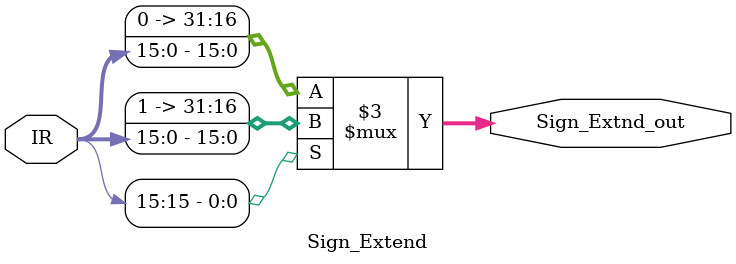
<source format=v>

module Sign_Extend( IR, Sign_Extnd_out);
	input [15:0] IR ;
	output reg [31:0] Sign_Extnd_out ;
	
	always @(IR) begin
						if(IR[15]) begin
							Sign_Extnd_out <= {16'hFFFF, IR} ;
							end
						else begin
							Sign_Extnd_out <= {16'h0000, IR} ;
							end
						
						end
endmodule



</source>
